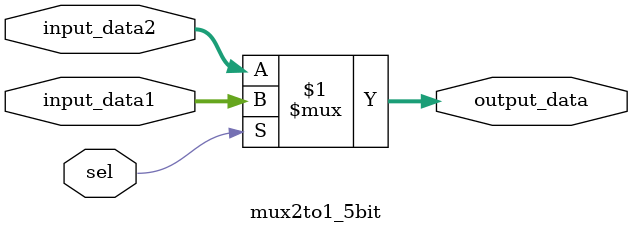
<source format=v>
`timescale 1ns/1ns
module mux2to1_5bit(
        input [4:0]input_data1,
				input [4:0]input_data2,
				input sel,
				output [4:0]output_data
				);
assign output_data=(sel)?input_data1:input_data2;
endmodule
</source>
